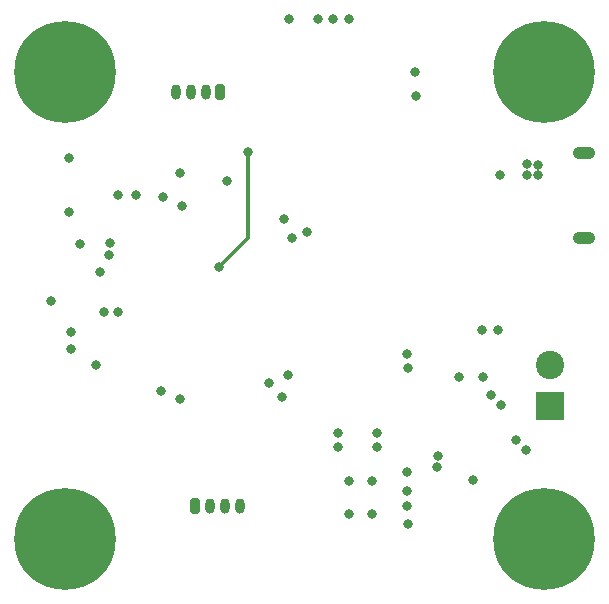
<source format=gbr>
%TF.GenerationSoftware,KiCad,Pcbnew,7.0.2*%
%TF.CreationDate,2023-05-29T20:24:48+05:30*%
%TF.ProjectId,STM_32_Board,53544d5f-3332-45f4-926f-6172642e6b69,rev?*%
%TF.SameCoordinates,Original*%
%TF.FileFunction,Copper,L4,Bot*%
%TF.FilePolarity,Positive*%
%FSLAX46Y46*%
G04 Gerber Fmt 4.6, Leading zero omitted, Abs format (unit mm)*
G04 Created by KiCad (PCBNEW 7.0.2) date 2023-05-29 20:24:48*
%MOMM*%
%LPD*%
G01*
G04 APERTURE LIST*
G04 Aperture macros list*
%AMRoundRect*
0 Rectangle with rounded corners*
0 $1 Rounding radius*
0 $2 $3 $4 $5 $6 $7 $8 $9 X,Y pos of 4 corners*
0 Add a 4 corners polygon primitive as box body*
4,1,4,$2,$3,$4,$5,$6,$7,$8,$9,$2,$3,0*
0 Add four circle primitives for the rounded corners*
1,1,$1+$1,$2,$3*
1,1,$1+$1,$4,$5*
1,1,$1+$1,$6,$7*
1,1,$1+$1,$8,$9*
0 Add four rect primitives between the rounded corners*
20,1,$1+$1,$2,$3,$4,$5,0*
20,1,$1+$1,$4,$5,$6,$7,0*
20,1,$1+$1,$6,$7,$8,$9,0*
20,1,$1+$1,$8,$9,$2,$3,0*%
G04 Aperture macros list end*
%TA.AperFunction,ComponentPad*%
%ADD10RoundRect,0.200000X0.200000X0.450000X-0.200000X0.450000X-0.200000X-0.450000X0.200000X-0.450000X0*%
%TD*%
%TA.AperFunction,ComponentPad*%
%ADD11O,0.800000X1.300000*%
%TD*%
%TA.AperFunction,ComponentPad*%
%ADD12C,0.900000*%
%TD*%
%TA.AperFunction,ComponentPad*%
%ADD13C,8.600000*%
%TD*%
%TA.AperFunction,ComponentPad*%
%ADD14RoundRect,0.200000X-0.200000X-0.450000X0.200000X-0.450000X0.200000X0.450000X-0.200000X0.450000X0*%
%TD*%
%TA.AperFunction,ComponentPad*%
%ADD15R,2.400000X2.400000*%
%TD*%
%TA.AperFunction,ComponentPad*%
%ADD16C,2.400000*%
%TD*%
%TA.AperFunction,ComponentPad*%
%ADD17O,1.900000X1.050000*%
%TD*%
%TA.AperFunction,ViaPad*%
%ADD18C,0.800000*%
%TD*%
%TA.AperFunction,Conductor*%
%ADD19C,0.300000*%
%TD*%
G04 APERTURE END LIST*
D10*
%TO.P,J3,1,Pin_1*%
%TO.N,+3.3V*%
X202611800Y-61745000D03*
D11*
%TO.P,J3,2,Pin_2*%
%TO.N,I2C1_SCL*%
X201361800Y-61745000D03*
%TO.P,J3,3,Pin_3*%
%TO.N,I2C1_SDA*%
X200111800Y-61745000D03*
%TO.P,J3,4,Pin_4*%
%TO.N,GND*%
X198861800Y-61745000D03*
%TD*%
D12*
%TO.P,H3,1,1*%
%TO.N,GND*%
X226761800Y-99545000D03*
X227706381Y-97264581D03*
X227706381Y-101825419D03*
X229986800Y-96320000D03*
D13*
X229986800Y-99545000D03*
D12*
X229986800Y-102770000D03*
X232267219Y-97264581D03*
X232267219Y-101825419D03*
X233211800Y-99545000D03*
%TD*%
%TO.P,H4,1,1*%
%TO.N,GND*%
X186261800Y-99545000D03*
X187206381Y-97264581D03*
X187206381Y-101825419D03*
X189486800Y-96320000D03*
D13*
X189486800Y-99545000D03*
D12*
X189486800Y-102770000D03*
X191767219Y-97264581D03*
X191767219Y-101825419D03*
X192711800Y-99545000D03*
%TD*%
%TO.P,H2,1,1*%
%TO.N,GND*%
X226761800Y-60045000D03*
X227706381Y-57764581D03*
X227706381Y-62325419D03*
X229986800Y-56820000D03*
D13*
X229986800Y-60045000D03*
D12*
X229986800Y-63270000D03*
X232267219Y-57764581D03*
X232267219Y-62325419D03*
X233211800Y-60045000D03*
%TD*%
D14*
%TO.P,J4,1,Pin_1*%
%TO.N,+3.3V*%
X200486800Y-96795000D03*
D11*
%TO.P,J4,2,Pin_2*%
%TO.N,USART3_Tx*%
X201736800Y-96795000D03*
%TO.P,J4,3,Pin_3*%
%TO.N,USART3_Rx*%
X202986800Y-96795000D03*
%TO.P,J4,4,Pin_4*%
%TO.N,GND*%
X204236800Y-96795000D03*
%TD*%
D15*
%TO.P,J1,1,Pin_1*%
%TO.N,+12V*%
X230536800Y-88295000D03*
D16*
%TO.P,J1,2,Pin_2*%
%TO.N,GND*%
X230536800Y-84795000D03*
%TD*%
D12*
%TO.P,H1,1,1*%
%TO.N,GND*%
X186261800Y-60045000D03*
X187206381Y-57764581D03*
X187206381Y-62325419D03*
X189486800Y-56820000D03*
D13*
X189486800Y-60045000D03*
D12*
X189486800Y-63270000D03*
X191767219Y-57764581D03*
X191767219Y-62325419D03*
X192711800Y-60045000D03*
%TD*%
D17*
%TO.P,J5,6,Shield*%
%TO.N,unconnected-(J5-Shield-Pad6)*%
X233361800Y-74070000D03*
X233361800Y-66920000D03*
%TD*%
D18*
%TO.N,GND*%
X192061800Y-84820000D03*
X192451161Y-76935106D03*
X188286800Y-79370000D03*
X229536800Y-68770000D03*
X222861800Y-85870000D03*
X228486800Y-92045000D03*
X218436800Y-95520000D03*
X221011800Y-92520000D03*
X224736800Y-81845000D03*
X193961800Y-80345000D03*
X189836800Y-71845000D03*
X219161800Y-62070000D03*
X218486800Y-85070000D03*
X228586800Y-67820000D03*
X226361800Y-88220000D03*
X227636800Y-91220000D03*
X209961800Y-73570000D03*
X218436800Y-96770000D03*
X226261800Y-68745000D03*
X218436800Y-83870000D03*
X207861800Y-87545000D03*
X199336800Y-71370000D03*
X218461800Y-98295000D03*
X228561800Y-68745000D03*
X207961800Y-72445000D03*
X220986800Y-93495000D03*
X224811800Y-85820000D03*
X193936800Y-70470000D03*
X225511800Y-87395000D03*
X208336800Y-85645000D03*
X190711800Y-74570000D03*
X192736800Y-80345000D03*
X208386800Y-55495000D03*
X210861800Y-55545000D03*
X212136800Y-55545000D03*
X193236800Y-74470000D03*
X218386800Y-93870000D03*
X229511800Y-67870000D03*
X197561800Y-87020000D03*
X226111800Y-81845000D03*
%TO.N,+3.3V*%
X208656800Y-74045000D03*
X199236800Y-68555000D03*
X193216800Y-75545000D03*
X213536800Y-94670000D03*
X213486800Y-55545000D03*
X219124300Y-60045000D03*
X206736800Y-86325000D03*
X189816800Y-67295000D03*
X212586800Y-90545000D03*
X215866800Y-90545000D03*
X197736800Y-70645000D03*
X189986800Y-82045000D03*
X203215060Y-69273260D03*
X199236800Y-87745000D03*
X213536800Y-97420000D03*
X189986800Y-83515000D03*
X223986800Y-94545000D03*
X215486800Y-97420000D03*
X195486800Y-70475000D03*
X215866800Y-91795000D03*
X215486800Y-94670000D03*
X212586800Y-91795000D03*
%TO.N,NRST*%
X202486800Y-76545000D03*
X204986800Y-66795000D03*
%TD*%
D19*
%TO.N,NRST*%
X204986800Y-74045000D02*
X204986800Y-66795000D01*
X202486800Y-76545000D02*
X204986800Y-74045000D01*
%TD*%
M02*

</source>
